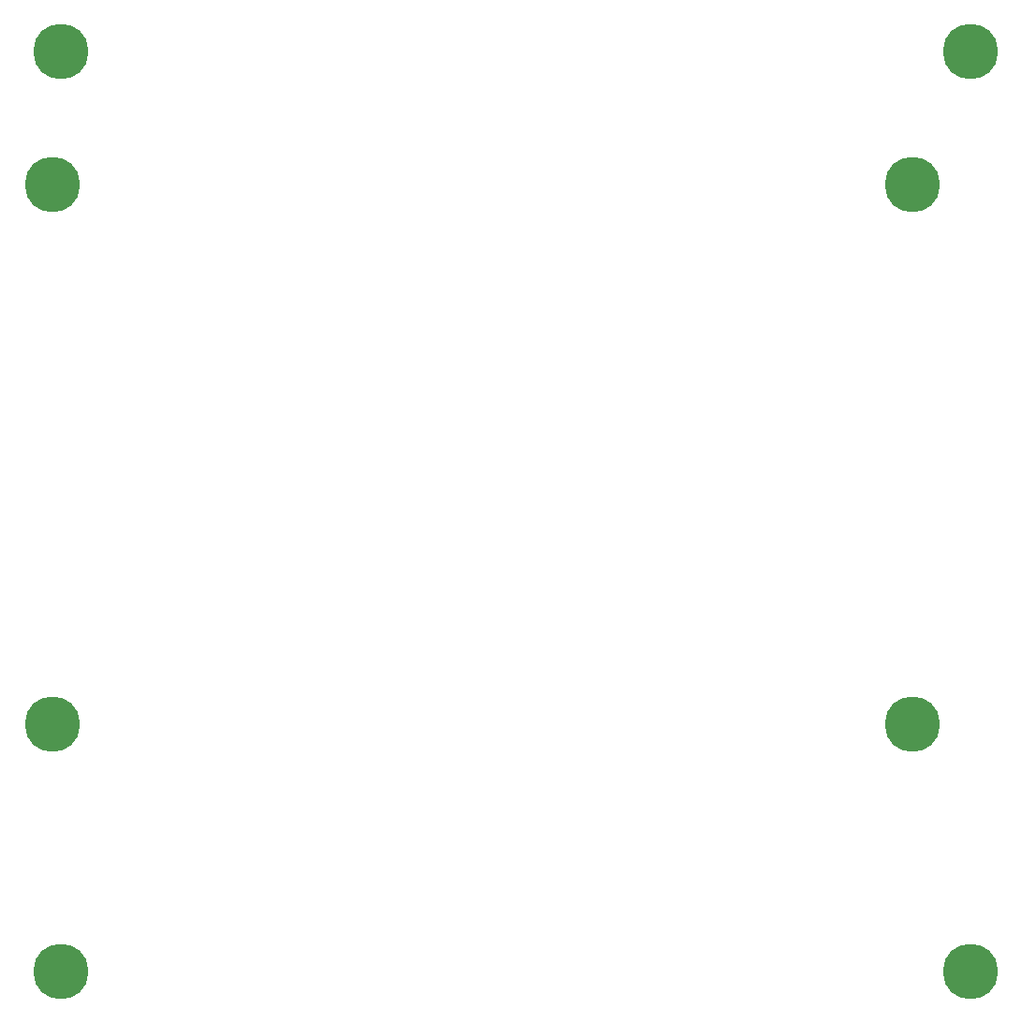
<source format=gbl>
G04 Layer: BottomLayer*
G04 EasyEDA v6.5.29, 2023-07-16 15:11:24*
G04 4815ca597486458abc7986fe6b47f49f,5a6b42c53f6a479593ecc07194224c93,10*
G04 Gerber Generator version 0.2*
G04 Scale: 100 percent, Rotated: No, Reflected: No *
G04 Dimensions in millimeters *
G04 leading zeros omitted , absolute positions ,4 integer and 5 decimal *
%FSLAX45Y45*%
%MOMM*%

%ADD10C,5.0000*%

%LPD*%
D10*
G01*
X469900Y2540000D03*
G01*
X8686800Y2540000D03*
G01*
X469900Y10858500D03*
G01*
X8686800Y10858500D03*
G01*
X386105Y4782007D03*
G01*
X8166100Y4782007D03*
G01*
X386105Y9652000D03*
G01*
X8166100Y9652000D03*
M02*

</source>
